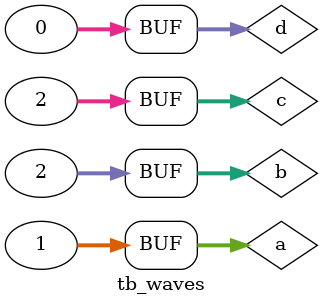
<source format=v>
`timescale 1ns / 1ps


module tb_waves();
integer a, b, c, d;
make_waves dut();
initial begin
a = 0; b = 1; c = 2; d = 0;
#1 a = 1; #3 b = 2; #2 c = b;
end
endmodule

</source>
